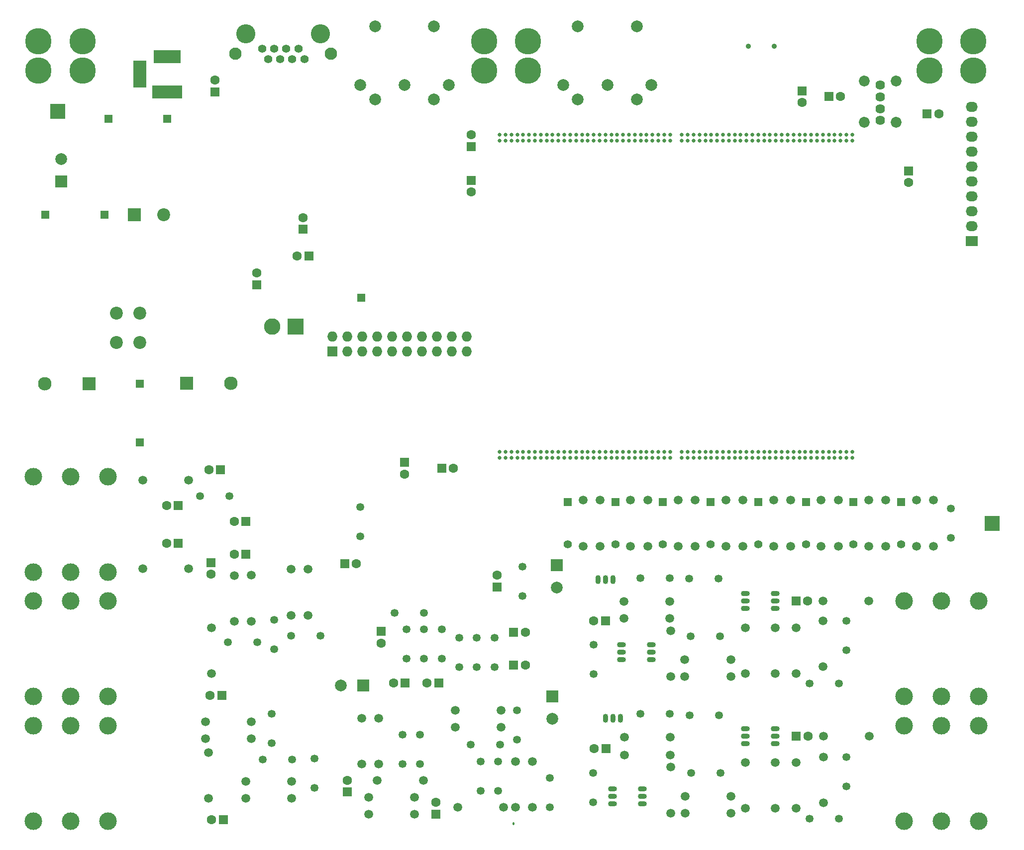
<source format=gbs>
G04 #@! TF.FileFunction,Soldermask,Bot*
%FSLAX46Y46*%
G04 Gerber Fmt 4.6, Leading zero omitted, Abs format (unit mm)*
G04 Created by KiCad (PCBNEW (2014-jul-16 BZR unknown)-product) date Qui 04 Dez 2014 16:42:50 BRST*
%MOMM*%
G01*
G04 APERTURE LIST*
%ADD10C,0.152400*%
%ADD11R,2.032000X1.727200*%
%ADD12O,2.032000X1.727200*%
%ADD13R,1.600000X1.600000*%
%ADD14C,1.600000*%
%ADD15R,1.350000X1.350000*%
%ADD16R,1.998980X1.998980*%
%ADD17C,1.998980*%
%ADD18R,2.200000X2.200000*%
%ADD19C,2.200000*%
%ADD20R,2.300000X2.300000*%
%ADD21C,2.300000*%
%ADD22C,1.350000*%
%ADD23C,4.500000*%
%ADD24R,1.400000X1.400000*%
%ADD25C,1.400000*%
%ADD26C,0.457200*%
%ADD27C,3.000000*%
%ADD28C,1.620000*%
%ADD29C,1.850000*%
%ADD30C,0.900000*%
%ADD31C,2.100000*%
%ADD32C,3.251200*%
%ADD33C,2.000000*%
%ADD34R,4.600000X2.300000*%
%ADD35R,5.100000X2.300000*%
%ADD36R,2.300000X4.600000*%
%ADD37R,1.727200X1.727200*%
%ADD38O,1.727200X1.727200*%
%ADD39R,2.794000X2.794000*%
%ADD40C,2.794000*%
%ADD41O,1.501140X0.899160*%
%ADD42O,0.899160X1.501140*%
%ADD43C,1.500000*%
%ADD44R,2.500000X2.500000*%
%ADD45C,0.660400*%
G04 APERTURE END LIST*
D10*
D11*
X163830000Y-38100000D03*
D12*
X163830000Y-35560000D03*
X163830000Y-33020000D03*
X163830000Y-30480000D03*
X163830000Y-27940000D03*
X163830000Y-25400000D03*
X163830000Y-22860000D03*
X163830000Y-20320000D03*
X163830000Y-17780000D03*
X163830000Y-15240000D03*
D13*
X50050000Y-36100000D03*
D14*
X50050000Y-34100000D03*
D13*
X51060000Y-40680000D03*
D14*
X49060000Y-40680000D03*
D13*
X67330000Y-75820000D03*
D14*
X67330000Y-77820000D03*
D13*
X78680000Y-27760000D03*
D14*
X78680000Y-29760000D03*
D13*
X78680000Y-21980000D03*
D14*
X78680000Y-19980000D03*
D13*
X156275000Y-16450000D03*
D14*
X158275000Y-16450000D03*
D13*
X134970000Y-12520000D03*
D14*
X134970000Y-14520000D03*
D15*
X16950000Y-17300000D03*
X26950000Y-17300000D03*
D16*
X8950000Y-27905000D03*
D17*
X8950000Y-24095000D03*
D13*
X139550000Y-13510000D03*
D14*
X141550000Y-13510000D03*
D13*
X153125000Y-26150000D03*
D14*
X153125000Y-28150000D03*
D13*
X35050000Y-12700000D03*
D14*
X35050000Y-10700000D03*
D13*
X42170000Y-45520000D03*
D14*
X42170000Y-43520000D03*
D13*
X73660000Y-76820000D03*
D14*
X75660000Y-76820000D03*
D15*
X16250000Y-33600000D03*
X6250000Y-33600000D03*
D18*
X21350000Y-33600000D03*
D19*
X26350000Y-33600000D03*
D20*
X30280000Y-62350000D03*
D21*
X37780000Y-62350000D03*
D20*
X13650000Y-62365000D03*
D21*
X6150000Y-62365000D03*
D16*
X60315000Y-113790000D03*
D17*
X56505000Y-113790000D03*
D15*
X22300000Y-62365000D03*
X22300000Y-72365000D03*
D16*
X93240000Y-93275000D03*
D17*
X93240000Y-97085000D03*
D16*
X92511880Y-115679220D03*
D17*
X92511880Y-119489220D03*
D13*
X57160000Y-93050000D03*
D14*
X59160000Y-93050000D03*
D22*
X59830000Y-88440000D03*
X59830000Y-83440000D03*
D13*
X57650000Y-131950000D03*
D14*
X57650000Y-129950000D03*
D22*
X83625000Y-123900000D03*
X78625000Y-123900000D03*
X86480000Y-123050000D03*
X86480000Y-118050000D03*
D13*
X72650000Y-135700000D03*
D14*
X72650000Y-133700000D03*
D22*
X115850000Y-118839160D03*
X120850000Y-118839160D03*
X115800000Y-95575000D03*
X120800000Y-95575000D03*
X92075000Y-129550000D03*
X92075000Y-134550000D03*
X43200000Y-126450000D03*
X48200000Y-126450000D03*
X45150000Y-102600000D03*
X45150000Y-107600000D03*
D13*
X36050000Y-77070000D03*
D14*
X34050000Y-77070000D03*
D22*
X37550000Y-81570000D03*
X32550000Y-81570000D03*
X160300000Y-88655000D03*
X160300000Y-83655000D03*
X65655000Y-101405000D03*
X70655000Y-101405000D03*
D13*
X63360000Y-104590000D03*
D14*
X63360000Y-106590000D03*
D13*
X83130000Y-97040000D03*
D14*
X83130000Y-95040000D03*
D22*
X87420000Y-93550000D03*
X87420000Y-98550000D03*
X141260000Y-136484160D03*
X136260000Y-136484160D03*
X141260000Y-113500000D03*
X136260000Y-113500000D03*
X66975000Y-127150000D03*
X66975000Y-122150000D03*
X142550000Y-126014160D03*
X142550000Y-131014160D03*
X142500000Y-102750000D03*
X142500000Y-107750000D03*
X69975000Y-127150000D03*
X69975000Y-122150000D03*
D13*
X133990000Y-122414160D03*
D14*
X135990000Y-122414160D03*
D13*
X133950000Y-99440000D03*
D14*
X135950000Y-99440000D03*
D22*
X121100000Y-128714160D03*
X116100000Y-128714160D03*
X121050000Y-105450000D03*
X116050000Y-105450000D03*
X83275000Y-131750000D03*
X83275000Y-126750000D03*
X80275000Y-131750000D03*
X80275000Y-126750000D03*
X107500000Y-118629160D03*
X112500000Y-118629160D03*
X107450000Y-95525000D03*
X112450000Y-95525000D03*
D13*
X101600000Y-124554160D03*
D14*
X99600000Y-124554160D03*
D13*
X101550000Y-102750000D03*
D14*
X99550000Y-102750000D03*
D22*
X99470000Y-133734160D03*
X99470000Y-128734160D03*
X99560000Y-111870000D03*
X99560000Y-106870000D03*
X52060000Y-131280000D03*
X52060000Y-126280000D03*
X44760000Y-123600000D03*
X44760000Y-118600000D03*
X37290000Y-106430000D03*
X42290000Y-106430000D03*
X48030000Y-105320000D03*
X53030000Y-105320000D03*
D13*
X36500000Y-136650000D03*
D14*
X34500000Y-136650000D03*
D13*
X36250000Y-115450000D03*
D14*
X34250000Y-115450000D03*
D13*
X40350000Y-91420000D03*
D14*
X38350000Y-91420000D03*
D13*
X40350000Y-85870000D03*
D14*
X38350000Y-85870000D03*
D13*
X34400000Y-92870000D03*
D14*
X34400000Y-94870000D03*
D13*
X28850000Y-89620000D03*
D14*
X26850000Y-89620000D03*
D13*
X28850000Y-83120000D03*
D14*
X26850000Y-83120000D03*
D22*
X67655000Y-109255000D03*
X67655000Y-104255000D03*
X70655000Y-109255000D03*
X70655000Y-104255000D03*
D13*
X67450000Y-113350000D03*
D14*
X65450000Y-113350000D03*
D22*
X73655000Y-109255000D03*
X73655000Y-104255000D03*
D13*
X73150000Y-113350000D03*
D14*
X71150000Y-113350000D03*
D22*
X76650000Y-110660000D03*
X76650000Y-105660000D03*
D13*
X85900000Y-110350000D03*
D14*
X87900000Y-110350000D03*
D22*
X79650000Y-110660000D03*
X79650000Y-105660000D03*
D13*
X85900000Y-104770000D03*
D14*
X87900000Y-104770000D03*
D22*
X82655000Y-110660000D03*
X82655000Y-105660000D03*
D23*
X12550000Y-9075000D03*
X5050000Y-9075000D03*
X12550000Y-4075000D03*
X5050000Y-4075000D03*
X88350000Y-9080000D03*
X80850000Y-9080000D03*
X88350000Y-4080000D03*
X80850000Y-4080000D03*
X164150000Y-9075000D03*
X156650000Y-9075000D03*
X164150000Y-4075000D03*
X156650000Y-4075000D03*
D24*
X95115000Y-82555000D03*
D25*
X95115000Y-89755000D03*
D24*
X111315000Y-82555000D03*
D25*
X111315000Y-89755000D03*
D24*
X127540000Y-82555000D03*
D25*
X127540000Y-89755000D03*
D24*
X143740000Y-82555000D03*
D25*
X143740000Y-89755000D03*
D24*
X103215000Y-82555000D03*
D25*
X103215000Y-89755000D03*
D24*
X119415000Y-82555000D03*
D25*
X119415000Y-89755000D03*
D24*
X135640000Y-82555000D03*
D25*
X135640000Y-89755000D03*
D24*
X151840000Y-82555000D03*
D25*
X151840000Y-89755000D03*
D26*
X85900000Y-137296201D03*
X85900000Y-137296201D03*
X85900000Y-137296201D03*
X85900000Y-137296201D03*
X85900000Y-137296201D03*
X85900000Y-137296201D03*
X85900000Y-137296201D03*
X85900000Y-137296201D03*
X85900000Y-137296201D03*
X85900000Y-137296201D03*
X85900000Y-137296201D03*
X85900000Y-137296201D03*
X85900000Y-137296201D03*
X85900000Y-137296201D03*
X85900000Y-137296201D03*
X85900000Y-137296201D03*
D27*
X158690000Y-136875000D03*
X165040000Y-136875000D03*
X152340000Y-136875000D03*
X158690000Y-120645000D03*
X165040000Y-120645000D03*
X152340000Y-120645000D03*
X158690000Y-115675000D03*
X165040000Y-115675000D03*
X152340000Y-115675000D03*
X158690000Y-99445000D03*
X165040000Y-99445000D03*
X152340000Y-99445000D03*
X10510000Y-120645000D03*
X4160000Y-120645000D03*
X16860000Y-120645000D03*
X10510000Y-136875000D03*
X4160000Y-136875000D03*
X16860000Y-136875000D03*
X10510000Y-99445000D03*
X4160000Y-99445000D03*
X16860000Y-99445000D03*
X10510000Y-115675000D03*
X4160000Y-115675000D03*
X16860000Y-115675000D03*
X10510000Y-78245000D03*
X4160000Y-78245000D03*
X16860000Y-78245000D03*
X10510000Y-94475000D03*
X4160000Y-94475000D03*
X16860000Y-94475000D03*
D28*
X148275000Y-11560000D03*
X148275000Y-13560000D03*
X148275000Y-15560000D03*
D29*
X150995000Y-10830000D03*
D28*
X148275000Y-17560000D03*
D29*
X150995000Y-17830000D03*
X145555000Y-10830000D03*
X145555000Y-17830000D03*
D30*
X130250000Y-4875000D03*
X125850000Y-4875000D03*
D31*
X54850000Y-6200000D03*
X38590000Y-6200000D03*
D25*
X50290000Y-7088000D03*
X48250000Y-7088000D03*
X46210000Y-7088000D03*
X44170000Y-7088000D03*
X47230000Y-5310000D03*
X45190000Y-5310000D03*
X49270000Y-5310000D03*
X43150000Y-5310000D03*
D32*
X40370000Y-2770000D03*
X53070000Y-2770000D03*
D33*
X96850000Y-14000000D03*
X96850000Y-1500000D03*
X94350000Y-11500000D03*
X101850000Y-11500000D03*
X109350000Y-11500000D03*
X106850000Y-14000000D03*
X106850000Y-1500000D03*
X62350000Y-14000000D03*
X62350000Y-1500000D03*
X59850000Y-11500000D03*
X67350000Y-11500000D03*
X74850000Y-11500000D03*
X72350000Y-14000000D03*
X72350000Y-1500000D03*
D34*
X27000000Y-6700000D03*
D35*
X27000000Y-12700000D03*
D36*
X22300000Y-9700000D03*
D19*
X18300000Y-55365000D03*
X18300000Y-50365000D03*
X22300000Y-50365000D03*
X22300000Y-55365000D03*
D37*
X55045000Y-56870000D03*
D38*
X55045000Y-54330000D03*
X57585000Y-56870000D03*
X57585000Y-54330000D03*
X60125000Y-56870000D03*
X60125000Y-54330000D03*
X62665000Y-56870000D03*
X62665000Y-54330000D03*
X65205000Y-56870000D03*
X65205000Y-54330000D03*
X67745000Y-56870000D03*
X67745000Y-54330000D03*
X70285000Y-56870000D03*
X70285000Y-54330000D03*
X72825000Y-56870000D03*
X72825000Y-54330000D03*
X75365000Y-56870000D03*
X75365000Y-54330000D03*
X77905000Y-56870000D03*
X77905000Y-54330000D03*
D39*
X48806200Y-52650000D03*
D40*
X44843800Y-52650000D03*
D41*
X130460000Y-122414160D03*
X130460000Y-121144160D03*
X130460000Y-123684160D03*
X130400000Y-99440000D03*
X130400000Y-98170000D03*
X130400000Y-100710000D03*
X125340000Y-122414160D03*
X125340000Y-121144160D03*
X125340000Y-123684160D03*
X125300000Y-99440000D03*
X125300000Y-98170000D03*
X125300000Y-100710000D03*
X107820000Y-132654160D03*
X107820000Y-133924160D03*
X107820000Y-131384160D03*
X109350000Y-108130000D03*
X109350000Y-106860000D03*
X109350000Y-109400000D03*
X102750000Y-132654160D03*
X102750000Y-133924160D03*
X102750000Y-131384160D03*
X104300000Y-108130000D03*
X104300000Y-106860000D03*
X104300000Y-109400000D03*
D42*
X102860000Y-119354160D03*
X104130000Y-119354160D03*
X101590000Y-119354160D03*
X101550000Y-95775000D03*
X100280000Y-95775000D03*
X102820000Y-95775000D03*
D43*
X62950000Y-119350000D03*
X62950000Y-127150000D03*
X60050000Y-127200000D03*
X60050000Y-119400000D03*
X62725000Y-129950000D03*
X70525000Y-129950000D03*
X138600000Y-122414160D03*
X146400000Y-122414160D03*
X138540000Y-99440000D03*
X146340000Y-99440000D03*
X138600000Y-126014160D03*
X138600000Y-133814160D03*
X138550000Y-102750000D03*
X138550000Y-110550000D03*
X83750000Y-120950000D03*
X75950000Y-120950000D03*
X133940000Y-134714160D03*
X133940000Y-126914160D03*
X130460000Y-134714160D03*
X130460000Y-126914160D03*
X133940000Y-111740000D03*
X133940000Y-103940000D03*
X130400000Y-111740000D03*
X130400000Y-103940000D03*
X83750000Y-118050000D03*
X75950000Y-118050000D03*
X125350000Y-134714160D03*
X125350000Y-126914160D03*
X125300000Y-111740000D03*
X125300000Y-103940000D03*
X61250000Y-135750000D03*
X69050000Y-135750000D03*
X69050000Y-132850000D03*
X61250000Y-132850000D03*
X84225000Y-134550000D03*
X76425000Y-134550000D03*
X115100000Y-135564160D03*
X122900000Y-135564160D03*
X115100000Y-132664160D03*
X122900000Y-132664160D03*
X115050000Y-112300000D03*
X122850000Y-112300000D03*
X115050000Y-109400000D03*
X122850000Y-109400000D03*
X89125000Y-134550000D03*
X89125000Y-126750000D03*
X112550000Y-125654160D03*
X104750000Y-125654160D03*
X112610000Y-127724160D03*
X112610000Y-135524160D03*
X112500000Y-102375000D03*
X104700000Y-102375000D03*
X112610000Y-104450000D03*
X112610000Y-112250000D03*
X86225000Y-134550000D03*
X86225000Y-126750000D03*
X112550000Y-122579160D03*
X104750000Y-122579160D03*
X112500000Y-99475000D03*
X104700000Y-99475000D03*
X97715000Y-82255000D03*
X97715000Y-90055000D03*
X113915000Y-82255000D03*
X113915000Y-90055000D03*
X130140000Y-82255000D03*
X130140000Y-90055000D03*
X146340000Y-82255000D03*
X146340000Y-90055000D03*
X100615000Y-82255000D03*
X100615000Y-90055000D03*
X116815000Y-82255000D03*
X116815000Y-90055000D03*
X133040000Y-82255000D03*
X133040000Y-90055000D03*
X149240000Y-82255000D03*
X149240000Y-90055000D03*
X105815000Y-82255000D03*
X105815000Y-90055000D03*
X122015000Y-82255000D03*
X122015000Y-90055000D03*
X138240000Y-82255000D03*
X138240000Y-90055000D03*
X154440000Y-82255000D03*
X154440000Y-90055000D03*
X108715000Y-82255000D03*
X108715000Y-90055000D03*
X124915000Y-82255000D03*
X124915000Y-90055000D03*
X141140000Y-82255000D03*
X141140000Y-90055000D03*
X157340000Y-82255000D03*
X157340000Y-90055000D03*
X40300000Y-130140000D03*
X48100000Y-130140000D03*
X33460000Y-119970000D03*
X41260000Y-119970000D03*
X41240000Y-95040000D03*
X41240000Y-102840000D03*
X50925000Y-94025000D03*
X50925000Y-101825000D03*
X40300000Y-133040000D03*
X48100000Y-133040000D03*
X33460000Y-122870000D03*
X41260000Y-122870000D03*
X38350000Y-95050000D03*
X38350000Y-102850000D03*
X48025000Y-94025000D03*
X48025000Y-101825000D03*
X34000000Y-133050000D03*
X34000000Y-125250000D03*
X34490000Y-111770000D03*
X34490000Y-103970000D03*
X30600000Y-93870000D03*
X22800000Y-93870000D03*
X22800000Y-78870000D03*
X30600000Y-78870000D03*
D44*
X8370000Y-16030000D03*
D24*
X59940000Y-47750000D03*
D44*
X167360000Y-86160000D03*
D45*
X143530000Y-74000000D03*
X143530000Y-75000000D03*
X142530000Y-74000000D03*
X142530000Y-75000000D03*
X141530000Y-74000000D03*
X141530000Y-75000000D03*
X140530000Y-74000000D03*
X140530000Y-75000000D03*
X139530000Y-74000000D03*
X139530000Y-75000000D03*
X138530000Y-74000000D03*
X138530000Y-75000000D03*
X137530000Y-74000000D03*
X137530000Y-75000000D03*
X136530000Y-74000000D03*
X136530000Y-75000000D03*
X135530000Y-74000000D03*
X135530000Y-75000000D03*
X134530000Y-74000000D03*
X134530000Y-75000000D03*
X133530000Y-74000000D03*
X133530000Y-75000000D03*
X132530000Y-74000000D03*
X132530000Y-75000000D03*
X131530000Y-74000000D03*
X131530000Y-75000000D03*
X130530000Y-74000000D03*
X130530000Y-75000000D03*
X129530000Y-74000000D03*
X129530000Y-75000000D03*
X128530000Y-74000000D03*
X128530000Y-75000000D03*
X127530000Y-74000000D03*
X127530000Y-75000000D03*
X126530000Y-74000000D03*
X126530000Y-75000000D03*
X125530000Y-74000000D03*
X125530000Y-75000000D03*
X124530000Y-74000000D03*
X124530000Y-75000000D03*
X123530000Y-74000000D03*
X123530000Y-75000000D03*
X122530000Y-74000000D03*
X122530000Y-75000000D03*
X121530000Y-74000000D03*
X121530000Y-75000000D03*
X120530000Y-74000000D03*
X120530000Y-75000000D03*
X119530000Y-74000000D03*
X119530000Y-75000000D03*
X118530000Y-74000000D03*
X118530000Y-75000000D03*
X117530000Y-74000000D03*
X117530000Y-75000000D03*
X116530000Y-74000000D03*
X116530000Y-75000000D03*
X115530000Y-74000000D03*
X115530000Y-75000000D03*
X114530000Y-74000000D03*
X114530000Y-75000000D03*
X112530000Y-74000000D03*
X112530000Y-75000000D03*
X111530000Y-74000000D03*
X111530000Y-75000000D03*
X110530000Y-74000000D03*
X110530000Y-75000000D03*
X109530000Y-74000000D03*
X109530000Y-75000000D03*
X108530000Y-74000000D03*
X108530000Y-75000000D03*
X107530000Y-74000000D03*
X107530000Y-75000000D03*
X106530000Y-74000000D03*
X106530000Y-75000000D03*
X105530000Y-74000000D03*
X105530000Y-75000000D03*
X104530000Y-74000000D03*
X104530000Y-75000000D03*
X103530000Y-74000000D03*
X103530000Y-75000000D03*
X102530000Y-74000000D03*
X102530000Y-75000000D03*
X101530000Y-74000000D03*
X101530000Y-75000000D03*
X100530000Y-74000000D03*
X100530000Y-75000000D03*
X99530000Y-74000000D03*
X99530000Y-75000000D03*
X98530000Y-74000000D03*
X98530000Y-75000000D03*
X97530000Y-74000000D03*
X97530000Y-75000000D03*
X96530000Y-74000000D03*
X96530000Y-75000000D03*
X95530000Y-74000000D03*
X95530000Y-75000000D03*
X94530000Y-74000000D03*
X94530000Y-75000000D03*
X93530000Y-74000000D03*
X93530000Y-75000000D03*
X92530000Y-74000000D03*
X92530000Y-75000000D03*
X91530000Y-74000000D03*
X91530000Y-75000000D03*
X90530000Y-74000000D03*
X90530000Y-75000000D03*
X89530000Y-74000000D03*
X89530000Y-75000000D03*
X88530000Y-74000000D03*
X88530000Y-75000000D03*
X87530000Y-74000000D03*
X87530000Y-75000000D03*
X86530000Y-74000000D03*
X86530000Y-75000000D03*
X85530000Y-74000000D03*
X85530000Y-75000000D03*
X84530000Y-74000000D03*
X84530000Y-75000000D03*
X83530000Y-74000000D03*
X83530000Y-75000000D03*
X143530000Y-20000000D03*
X143530000Y-21000000D03*
X142530000Y-20000000D03*
X142530000Y-21000000D03*
X141530000Y-20000000D03*
X141530000Y-21000000D03*
X140530000Y-20000000D03*
X140530000Y-21000000D03*
X139530000Y-20000000D03*
X139530000Y-21000000D03*
X138530000Y-20000000D03*
X138530000Y-21000000D03*
X137530000Y-20000000D03*
X137530000Y-21000000D03*
X136530000Y-20000000D03*
X136530000Y-21000000D03*
X135530000Y-20000000D03*
X135530000Y-21000000D03*
X134530000Y-20000000D03*
X134530000Y-21000000D03*
X133530000Y-20000000D03*
X133530000Y-21000000D03*
X132530000Y-20000000D03*
X132530000Y-21000000D03*
X131530000Y-20000000D03*
X131530000Y-21000000D03*
X130530000Y-20000000D03*
X130530000Y-21000000D03*
X129530000Y-20000000D03*
X129530000Y-21000000D03*
X128530000Y-20000000D03*
X128530000Y-21000000D03*
X127530000Y-20000000D03*
X127530000Y-21000000D03*
X126530000Y-20000000D03*
X126530000Y-21000000D03*
X125530000Y-20000000D03*
X125530000Y-21000000D03*
X124530000Y-20000000D03*
X124530000Y-21000000D03*
X123530000Y-20000000D03*
X123530000Y-21000000D03*
X122530000Y-20000000D03*
X122530000Y-21000000D03*
X121530000Y-20000000D03*
X121530000Y-21000000D03*
X120530000Y-20000000D03*
X120530000Y-21000000D03*
X119530000Y-20000000D03*
X119530000Y-21000000D03*
X118530000Y-20000000D03*
X118530000Y-21000000D03*
X117530000Y-20000000D03*
X117530000Y-21000000D03*
X116530000Y-20000000D03*
X116530000Y-21000000D03*
X115530000Y-20000000D03*
X115530000Y-21000000D03*
X114530000Y-20000000D03*
X114530000Y-21000000D03*
X112530000Y-20000000D03*
X112530000Y-21000000D03*
X111530000Y-20000000D03*
X111530000Y-21000000D03*
X110530000Y-20000000D03*
X110530000Y-21000000D03*
X109530000Y-20000000D03*
X109530000Y-21000000D03*
X108530000Y-20000000D03*
X108530000Y-21000000D03*
X107530000Y-20000000D03*
X107530000Y-21000000D03*
X106530000Y-20000000D03*
X106530000Y-21000000D03*
X105530000Y-20000000D03*
X105530000Y-21000000D03*
X104530000Y-20000000D03*
X104530000Y-21000000D03*
X103530000Y-20000000D03*
X103530000Y-21000000D03*
X102530000Y-20000000D03*
X102530000Y-21000000D03*
X101530000Y-20000000D03*
X101530000Y-21000000D03*
X100530000Y-20000000D03*
X100530000Y-21000000D03*
X99530000Y-20000000D03*
X99530000Y-21000000D03*
X98530000Y-20000000D03*
X98530000Y-21000000D03*
X97530000Y-20000000D03*
X97530000Y-21000000D03*
X96530000Y-20000000D03*
X96530000Y-21000000D03*
X95530000Y-20000000D03*
X95530000Y-21000000D03*
X94530000Y-20000000D03*
X94530000Y-21000000D03*
X93530000Y-20000000D03*
X93530000Y-21000000D03*
X92530000Y-20000000D03*
X92530000Y-21000000D03*
X91530000Y-20000000D03*
X91530000Y-21000000D03*
X90530000Y-20000000D03*
X90530000Y-21000000D03*
X89530000Y-20000000D03*
X89530000Y-21000000D03*
X88530000Y-20000000D03*
X88530000Y-21000000D03*
X87530000Y-20000000D03*
X87530000Y-21000000D03*
X86530000Y-20000000D03*
X86530000Y-21000000D03*
X85530000Y-20000000D03*
X85530000Y-21000000D03*
X84530000Y-20000000D03*
X84530000Y-21000000D03*
X83530000Y-20000000D03*
X83530000Y-21000000D03*
M02*

</source>
